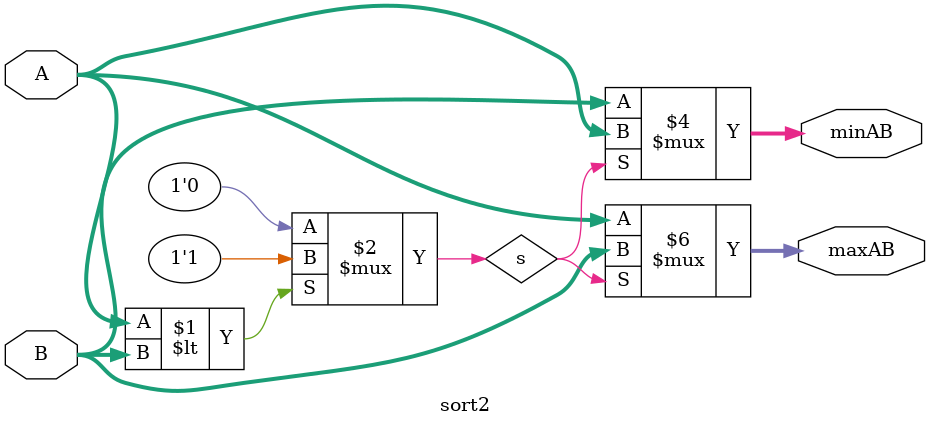
<source format=v>
module sort2(A, B, minAB, maxAB);
	input [7:0] A, B;
	output [7:0] minAB, maxAB;
	wire s;

	assign #2 s = (A<B) ? 1'b1 : 1'b0;
	assign #2 minAB = (s == 1) ? A : B;
	assign #2 maxAB = (s == 1) ? B : A;
endmodule

</source>
